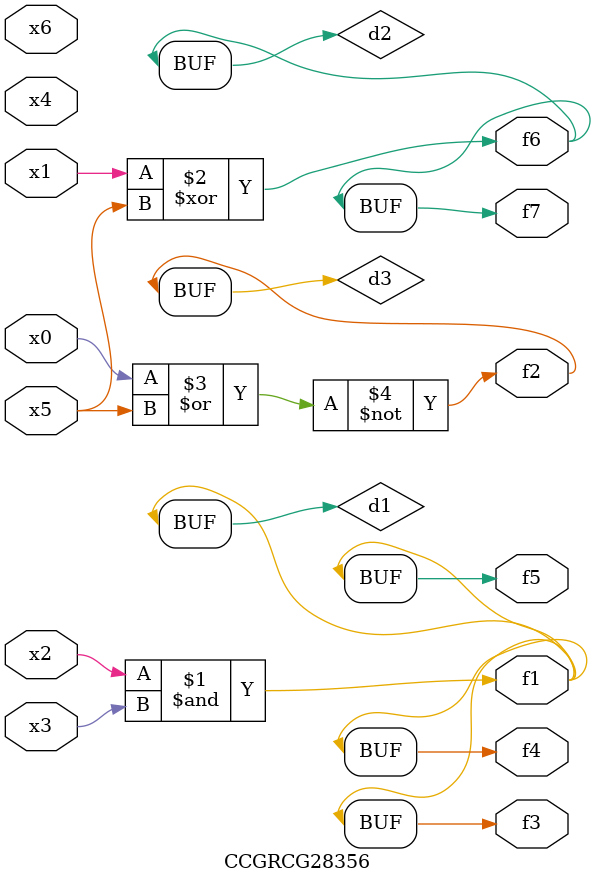
<source format=v>
module CCGRCG28356(
	input x0, x1, x2, x3, x4, x5, x6,
	output f1, f2, f3, f4, f5, f6, f7
);

	wire d1, d2, d3;

	and (d1, x2, x3);
	xor (d2, x1, x5);
	nor (d3, x0, x5);
	assign f1 = d1;
	assign f2 = d3;
	assign f3 = d1;
	assign f4 = d1;
	assign f5 = d1;
	assign f6 = d2;
	assign f7 = d2;
endmodule

</source>
